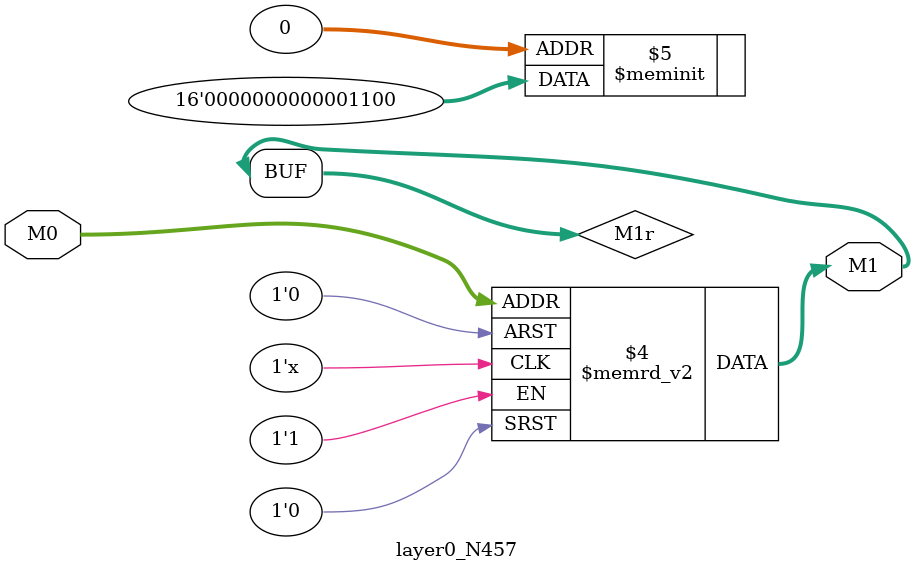
<source format=v>
module layer0_N457 ( input [2:0] M0, output [1:0] M1 );

	(*rom_style = "distributed" *) reg [1:0] M1r;
	assign M1 = M1r;
	always @ (M0) begin
		case (M0)
			3'b000: M1r = 2'b00;
			3'b100: M1r = 2'b00;
			3'b010: M1r = 2'b00;
			3'b110: M1r = 2'b00;
			3'b001: M1r = 2'b11;
			3'b101: M1r = 2'b00;
			3'b011: M1r = 2'b00;
			3'b111: M1r = 2'b00;

		endcase
	end
endmodule

</source>
